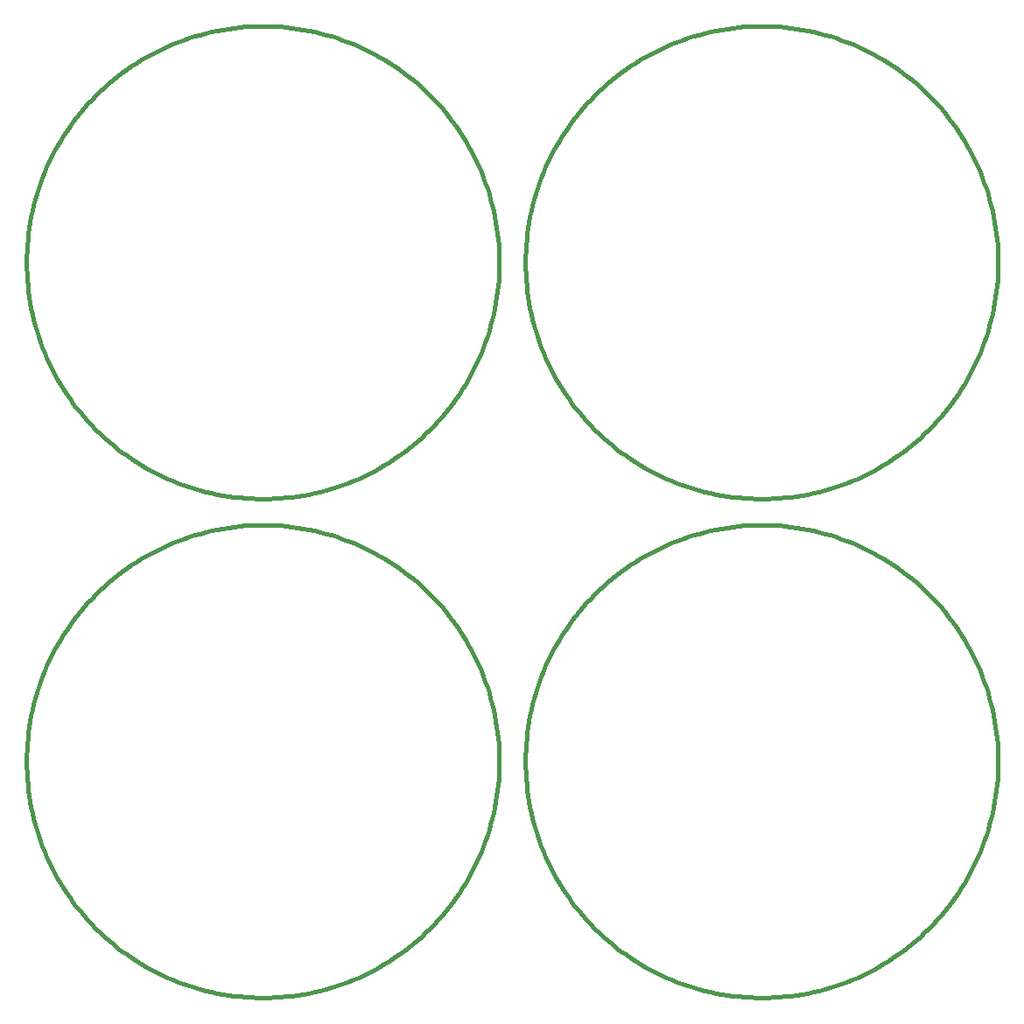
<source format=gko>
G75*
G70*
%OFA0B0*%
%FSLAX25Y25*%
%IPPOS*%
%LPD*%
%AMOC8*
5,1,8,0,0,1.08239X$1,22.5*
%
%ADD52C,0.01600*%
X0010000Y0010000D02*
G75*
%LPD*%
D52*
X0010000Y0100000D02*
X0010027Y0102209D01*
X0010108Y0104416D01*
X0010244Y0106621D01*
X0010433Y0108822D01*
X0010677Y0111017D01*
X0010974Y0113206D01*
X0011325Y0115387D01*
X0011729Y0117558D01*
X0012187Y0119719D01*
X0012697Y0121868D01*
X0013260Y0124004D01*
X0013875Y0126126D01*
X0014542Y0128231D01*
X0015261Y0130320D01*
X0016031Y0132391D01*
X0016851Y0134442D01*
X0017721Y0136472D01*
X0018641Y0138480D01*
X0019610Y0140465D01*
X0020627Y0142426D01*
X0021692Y0144361D01*
X0022804Y0146269D01*
X0023963Y0148150D01*
X0025168Y0150001D01*
X0026417Y0151823D01*
X0027711Y0153613D01*
X0029049Y0155371D01*
X0030429Y0157095D01*
X0031851Y0158786D01*
X0033314Y0160440D01*
X0034818Y0162059D01*
X0036360Y0163640D01*
X0037941Y0165182D01*
X0039560Y0166686D01*
X0041214Y0168149D01*
X0042905Y0169571D01*
X0044629Y0170951D01*
X0046387Y0172289D01*
X0048177Y0173583D01*
X0049999Y0174832D01*
X0051850Y0176037D01*
X0053731Y0177196D01*
X0055639Y0178308D01*
X0057574Y0179373D01*
X0059535Y0180390D01*
X0061520Y0181359D01*
X0063528Y0182279D01*
X0065558Y0183149D01*
X0067609Y0183969D01*
X0069680Y0184739D01*
X0071769Y0185458D01*
X0073874Y0186125D01*
X0075996Y0186740D01*
X0078132Y0187303D01*
X0080281Y0187813D01*
X0082442Y0188271D01*
X0084613Y0188675D01*
X0086794Y0189026D01*
X0088983Y0189323D01*
X0091178Y0189567D01*
X0093379Y0189756D01*
X0095584Y0189892D01*
X0097791Y0189973D01*
X0100000Y0190000D01*
X0102209Y0189973D01*
X0104416Y0189892D01*
X0106621Y0189756D01*
X0108822Y0189567D01*
X0111017Y0189323D01*
X0113206Y0189026D01*
X0115387Y0188675D01*
X0117558Y0188271D01*
X0119719Y0187813D01*
X0121868Y0187303D01*
X0124004Y0186740D01*
X0126126Y0186125D01*
X0128231Y0185458D01*
X0130320Y0184739D01*
X0132391Y0183969D01*
X0134442Y0183149D01*
X0136472Y0182279D01*
X0138480Y0181359D01*
X0140465Y0180390D01*
X0142426Y0179373D01*
X0144361Y0178308D01*
X0146269Y0177196D01*
X0148150Y0176037D01*
X0150001Y0174832D01*
X0151823Y0173583D01*
X0153613Y0172289D01*
X0155371Y0170951D01*
X0157095Y0169571D01*
X0158786Y0168149D01*
X0160440Y0166686D01*
X0162059Y0165182D01*
X0163640Y0163640D01*
X0165182Y0162059D01*
X0166686Y0160440D01*
X0168149Y0158786D01*
X0169571Y0157095D01*
X0170951Y0155371D01*
X0172289Y0153613D01*
X0173583Y0151823D01*
X0174832Y0150001D01*
X0176037Y0148150D01*
X0177196Y0146269D01*
X0178308Y0144361D01*
X0179373Y0142426D01*
X0180390Y0140465D01*
X0181359Y0138480D01*
X0182279Y0136472D01*
X0183149Y0134442D01*
X0183969Y0132391D01*
X0184739Y0130320D01*
X0185458Y0128231D01*
X0186125Y0126126D01*
X0186740Y0124004D01*
X0187303Y0121868D01*
X0187813Y0119719D01*
X0188271Y0117558D01*
X0188675Y0115387D01*
X0189026Y0113206D01*
X0189323Y0111017D01*
X0189567Y0108822D01*
X0189756Y0106621D01*
X0189892Y0104416D01*
X0189973Y0102209D01*
X0190000Y0100000D01*
X0189973Y0097791D01*
X0189892Y0095584D01*
X0189756Y0093379D01*
X0189567Y0091178D01*
X0189323Y0088983D01*
X0189026Y0086794D01*
X0188675Y0084613D01*
X0188271Y0082442D01*
X0187813Y0080281D01*
X0187303Y0078132D01*
X0186740Y0075996D01*
X0186125Y0073874D01*
X0185458Y0071769D01*
X0184739Y0069680D01*
X0183969Y0067609D01*
X0183149Y0065558D01*
X0182279Y0063528D01*
X0181359Y0061520D01*
X0180390Y0059535D01*
X0179373Y0057574D01*
X0178308Y0055639D01*
X0177196Y0053731D01*
X0176037Y0051850D01*
X0174832Y0049999D01*
X0173583Y0048177D01*
X0172289Y0046387D01*
X0170951Y0044629D01*
X0169571Y0042905D01*
X0168149Y0041214D01*
X0166686Y0039560D01*
X0165182Y0037941D01*
X0163640Y0036360D01*
X0162059Y0034818D01*
X0160440Y0033314D01*
X0158786Y0031851D01*
X0157095Y0030429D01*
X0155371Y0029049D01*
X0153613Y0027711D01*
X0151823Y0026417D01*
X0150001Y0025168D01*
X0148150Y0023963D01*
X0146269Y0022804D01*
X0144361Y0021692D01*
X0142426Y0020627D01*
X0140465Y0019610D01*
X0138480Y0018641D01*
X0136472Y0017721D01*
X0134442Y0016851D01*
X0132391Y0016031D01*
X0130320Y0015261D01*
X0128231Y0014542D01*
X0126126Y0013875D01*
X0124004Y0013260D01*
X0121868Y0012697D01*
X0119719Y0012187D01*
X0117558Y0011729D01*
X0115387Y0011325D01*
X0113206Y0010974D01*
X0111017Y0010677D01*
X0108822Y0010433D01*
X0106621Y0010244D01*
X0104416Y0010108D01*
X0102209Y0010027D01*
X0100000Y0010000D01*
X0097791Y0010027D01*
X0095584Y0010108D01*
X0093379Y0010244D01*
X0091178Y0010433D01*
X0088983Y0010677D01*
X0086794Y0010974D01*
X0084613Y0011325D01*
X0082442Y0011729D01*
X0080281Y0012187D01*
X0078132Y0012697D01*
X0075996Y0013260D01*
X0073874Y0013875D01*
X0071769Y0014542D01*
X0069680Y0015261D01*
X0067609Y0016031D01*
X0065558Y0016851D01*
X0063528Y0017721D01*
X0061520Y0018641D01*
X0059535Y0019610D01*
X0057574Y0020627D01*
X0055639Y0021692D01*
X0053731Y0022804D01*
X0051850Y0023963D01*
X0049999Y0025168D01*
X0048177Y0026417D01*
X0046387Y0027711D01*
X0044629Y0029049D01*
X0042905Y0030429D01*
X0041214Y0031851D01*
X0039560Y0033314D01*
X0037941Y0034818D01*
X0036360Y0036360D01*
X0034818Y0037941D01*
X0033314Y0039560D01*
X0031851Y0041214D01*
X0030429Y0042905D01*
X0029049Y0044629D01*
X0027711Y0046387D01*
X0026417Y0048177D01*
X0025168Y0049999D01*
X0023963Y0051850D01*
X0022804Y0053731D01*
X0021692Y0055639D01*
X0020627Y0057574D01*
X0019610Y0059535D01*
X0018641Y0061520D01*
X0017721Y0063528D01*
X0016851Y0065558D01*
X0016031Y0067609D01*
X0015261Y0069680D01*
X0014542Y0071769D01*
X0013875Y0073874D01*
X0013260Y0075996D01*
X0012697Y0078132D01*
X0012187Y0080281D01*
X0011729Y0082442D01*
X0011325Y0084613D01*
X0010974Y0086794D01*
X0010677Y0088983D01*
X0010433Y0091178D01*
X0010244Y0093379D01*
X0010108Y0095584D01*
X0010027Y0097791D01*
X0010000Y0100000D01*
X0010000Y0200000D02*
G75*
%LPD*%
D52*
X0010000Y0290000D02*
X0010027Y0292209D01*
X0010108Y0294416D01*
X0010244Y0296621D01*
X0010433Y0298822D01*
X0010677Y0301017D01*
X0010974Y0303206D01*
X0011325Y0305387D01*
X0011729Y0307558D01*
X0012187Y0309719D01*
X0012697Y0311868D01*
X0013260Y0314004D01*
X0013875Y0316126D01*
X0014542Y0318231D01*
X0015261Y0320320D01*
X0016031Y0322391D01*
X0016851Y0324442D01*
X0017721Y0326472D01*
X0018641Y0328480D01*
X0019610Y0330465D01*
X0020627Y0332426D01*
X0021692Y0334361D01*
X0022804Y0336269D01*
X0023963Y0338150D01*
X0025168Y0340001D01*
X0026417Y0341823D01*
X0027711Y0343613D01*
X0029049Y0345371D01*
X0030429Y0347095D01*
X0031851Y0348786D01*
X0033314Y0350440D01*
X0034818Y0352059D01*
X0036360Y0353640D01*
X0037941Y0355182D01*
X0039560Y0356686D01*
X0041214Y0358149D01*
X0042905Y0359571D01*
X0044629Y0360951D01*
X0046387Y0362289D01*
X0048177Y0363583D01*
X0049999Y0364832D01*
X0051850Y0366037D01*
X0053731Y0367196D01*
X0055639Y0368308D01*
X0057574Y0369373D01*
X0059535Y0370390D01*
X0061520Y0371359D01*
X0063528Y0372279D01*
X0065558Y0373149D01*
X0067609Y0373969D01*
X0069680Y0374739D01*
X0071769Y0375458D01*
X0073874Y0376125D01*
X0075996Y0376740D01*
X0078132Y0377303D01*
X0080281Y0377813D01*
X0082442Y0378271D01*
X0084613Y0378675D01*
X0086794Y0379026D01*
X0088983Y0379323D01*
X0091178Y0379567D01*
X0093379Y0379756D01*
X0095584Y0379892D01*
X0097791Y0379973D01*
X0100000Y0380000D01*
X0102209Y0379973D01*
X0104416Y0379892D01*
X0106621Y0379756D01*
X0108822Y0379567D01*
X0111017Y0379323D01*
X0113206Y0379026D01*
X0115387Y0378675D01*
X0117558Y0378271D01*
X0119719Y0377813D01*
X0121868Y0377303D01*
X0124004Y0376740D01*
X0126126Y0376125D01*
X0128231Y0375458D01*
X0130320Y0374739D01*
X0132391Y0373969D01*
X0134442Y0373149D01*
X0136472Y0372279D01*
X0138480Y0371359D01*
X0140465Y0370390D01*
X0142426Y0369373D01*
X0144361Y0368308D01*
X0146269Y0367196D01*
X0148150Y0366037D01*
X0150001Y0364832D01*
X0151823Y0363583D01*
X0153613Y0362289D01*
X0155371Y0360951D01*
X0157095Y0359571D01*
X0158786Y0358149D01*
X0160440Y0356686D01*
X0162059Y0355182D01*
X0163640Y0353640D01*
X0165182Y0352059D01*
X0166686Y0350440D01*
X0168149Y0348786D01*
X0169571Y0347095D01*
X0170951Y0345371D01*
X0172289Y0343613D01*
X0173583Y0341823D01*
X0174832Y0340001D01*
X0176037Y0338150D01*
X0177196Y0336269D01*
X0178308Y0334361D01*
X0179373Y0332426D01*
X0180390Y0330465D01*
X0181359Y0328480D01*
X0182279Y0326472D01*
X0183149Y0324442D01*
X0183969Y0322391D01*
X0184739Y0320320D01*
X0185458Y0318231D01*
X0186125Y0316126D01*
X0186740Y0314004D01*
X0187303Y0311868D01*
X0187813Y0309719D01*
X0188271Y0307558D01*
X0188675Y0305387D01*
X0189026Y0303206D01*
X0189323Y0301017D01*
X0189567Y0298822D01*
X0189756Y0296621D01*
X0189892Y0294416D01*
X0189973Y0292209D01*
X0190000Y0290000D01*
X0189973Y0287791D01*
X0189892Y0285584D01*
X0189756Y0283379D01*
X0189567Y0281178D01*
X0189323Y0278983D01*
X0189026Y0276794D01*
X0188675Y0274613D01*
X0188271Y0272442D01*
X0187813Y0270281D01*
X0187303Y0268132D01*
X0186740Y0265996D01*
X0186125Y0263874D01*
X0185458Y0261769D01*
X0184739Y0259680D01*
X0183969Y0257609D01*
X0183149Y0255558D01*
X0182279Y0253528D01*
X0181359Y0251520D01*
X0180390Y0249535D01*
X0179373Y0247574D01*
X0178308Y0245639D01*
X0177196Y0243731D01*
X0176037Y0241850D01*
X0174832Y0239999D01*
X0173583Y0238177D01*
X0172289Y0236387D01*
X0170951Y0234629D01*
X0169571Y0232905D01*
X0168149Y0231214D01*
X0166686Y0229560D01*
X0165182Y0227941D01*
X0163640Y0226360D01*
X0162059Y0224818D01*
X0160440Y0223314D01*
X0158786Y0221851D01*
X0157095Y0220429D01*
X0155371Y0219049D01*
X0153613Y0217711D01*
X0151823Y0216417D01*
X0150001Y0215168D01*
X0148150Y0213963D01*
X0146269Y0212804D01*
X0144361Y0211692D01*
X0142426Y0210627D01*
X0140465Y0209610D01*
X0138480Y0208641D01*
X0136472Y0207721D01*
X0134442Y0206851D01*
X0132391Y0206031D01*
X0130320Y0205261D01*
X0128231Y0204542D01*
X0126126Y0203875D01*
X0124004Y0203260D01*
X0121868Y0202697D01*
X0119719Y0202187D01*
X0117558Y0201729D01*
X0115387Y0201325D01*
X0113206Y0200974D01*
X0111017Y0200677D01*
X0108822Y0200433D01*
X0106621Y0200244D01*
X0104416Y0200108D01*
X0102209Y0200027D01*
X0100000Y0200000D01*
X0097791Y0200027D01*
X0095584Y0200108D01*
X0093379Y0200244D01*
X0091178Y0200433D01*
X0088983Y0200677D01*
X0086794Y0200974D01*
X0084613Y0201325D01*
X0082442Y0201729D01*
X0080281Y0202187D01*
X0078132Y0202697D01*
X0075996Y0203260D01*
X0073874Y0203875D01*
X0071769Y0204542D01*
X0069680Y0205261D01*
X0067609Y0206031D01*
X0065558Y0206851D01*
X0063528Y0207721D01*
X0061520Y0208641D01*
X0059535Y0209610D01*
X0057574Y0210627D01*
X0055639Y0211692D01*
X0053731Y0212804D01*
X0051850Y0213963D01*
X0049999Y0215168D01*
X0048177Y0216417D01*
X0046387Y0217711D01*
X0044629Y0219049D01*
X0042905Y0220429D01*
X0041214Y0221851D01*
X0039560Y0223314D01*
X0037941Y0224818D01*
X0036360Y0226360D01*
X0034818Y0227941D01*
X0033314Y0229560D01*
X0031851Y0231214D01*
X0030429Y0232905D01*
X0029049Y0234629D01*
X0027711Y0236387D01*
X0026417Y0238177D01*
X0025168Y0239999D01*
X0023963Y0241850D01*
X0022804Y0243731D01*
X0021692Y0245639D01*
X0020627Y0247574D01*
X0019610Y0249535D01*
X0018641Y0251520D01*
X0017721Y0253528D01*
X0016851Y0255558D01*
X0016031Y0257609D01*
X0015261Y0259680D01*
X0014542Y0261769D01*
X0013875Y0263874D01*
X0013260Y0265996D01*
X0012697Y0268132D01*
X0012187Y0270281D01*
X0011729Y0272442D01*
X0011325Y0274613D01*
X0010974Y0276794D01*
X0010677Y0278983D01*
X0010433Y0281178D01*
X0010244Y0283379D01*
X0010108Y0285584D01*
X0010027Y0287791D01*
X0010000Y0290000D01*
X0200000Y0010000D02*
G75*
%LPD*%
D52*
X0200000Y0100000D02*
X0200027Y0102209D01*
X0200108Y0104416D01*
X0200244Y0106621D01*
X0200433Y0108822D01*
X0200677Y0111017D01*
X0200974Y0113206D01*
X0201325Y0115387D01*
X0201729Y0117558D01*
X0202187Y0119719D01*
X0202697Y0121868D01*
X0203260Y0124004D01*
X0203875Y0126126D01*
X0204542Y0128231D01*
X0205261Y0130320D01*
X0206031Y0132391D01*
X0206851Y0134442D01*
X0207721Y0136472D01*
X0208641Y0138480D01*
X0209610Y0140465D01*
X0210627Y0142426D01*
X0211692Y0144361D01*
X0212804Y0146269D01*
X0213963Y0148150D01*
X0215168Y0150001D01*
X0216417Y0151823D01*
X0217711Y0153613D01*
X0219049Y0155371D01*
X0220429Y0157095D01*
X0221851Y0158786D01*
X0223314Y0160440D01*
X0224818Y0162059D01*
X0226360Y0163640D01*
X0227941Y0165182D01*
X0229560Y0166686D01*
X0231214Y0168149D01*
X0232905Y0169571D01*
X0234629Y0170951D01*
X0236387Y0172289D01*
X0238177Y0173583D01*
X0239999Y0174832D01*
X0241850Y0176037D01*
X0243731Y0177196D01*
X0245639Y0178308D01*
X0247574Y0179373D01*
X0249535Y0180390D01*
X0251520Y0181359D01*
X0253528Y0182279D01*
X0255558Y0183149D01*
X0257609Y0183969D01*
X0259680Y0184739D01*
X0261769Y0185458D01*
X0263874Y0186125D01*
X0265996Y0186740D01*
X0268132Y0187303D01*
X0270281Y0187813D01*
X0272442Y0188271D01*
X0274613Y0188675D01*
X0276794Y0189026D01*
X0278983Y0189323D01*
X0281178Y0189567D01*
X0283379Y0189756D01*
X0285584Y0189892D01*
X0287791Y0189973D01*
X0290000Y0190000D01*
X0292209Y0189973D01*
X0294416Y0189892D01*
X0296621Y0189756D01*
X0298822Y0189567D01*
X0301017Y0189323D01*
X0303206Y0189026D01*
X0305387Y0188675D01*
X0307558Y0188271D01*
X0309719Y0187813D01*
X0311868Y0187303D01*
X0314004Y0186740D01*
X0316126Y0186125D01*
X0318231Y0185458D01*
X0320320Y0184739D01*
X0322391Y0183969D01*
X0324442Y0183149D01*
X0326472Y0182279D01*
X0328480Y0181359D01*
X0330465Y0180390D01*
X0332426Y0179373D01*
X0334361Y0178308D01*
X0336269Y0177196D01*
X0338150Y0176037D01*
X0340001Y0174832D01*
X0341823Y0173583D01*
X0343613Y0172289D01*
X0345371Y0170951D01*
X0347095Y0169571D01*
X0348786Y0168149D01*
X0350440Y0166686D01*
X0352059Y0165182D01*
X0353640Y0163640D01*
X0355182Y0162059D01*
X0356686Y0160440D01*
X0358149Y0158786D01*
X0359571Y0157095D01*
X0360951Y0155371D01*
X0362289Y0153613D01*
X0363583Y0151823D01*
X0364832Y0150001D01*
X0366037Y0148150D01*
X0367196Y0146269D01*
X0368308Y0144361D01*
X0369373Y0142426D01*
X0370390Y0140465D01*
X0371359Y0138480D01*
X0372279Y0136472D01*
X0373149Y0134442D01*
X0373969Y0132391D01*
X0374739Y0130320D01*
X0375458Y0128231D01*
X0376125Y0126126D01*
X0376740Y0124004D01*
X0377303Y0121868D01*
X0377813Y0119719D01*
X0378271Y0117558D01*
X0378675Y0115387D01*
X0379026Y0113206D01*
X0379323Y0111017D01*
X0379567Y0108822D01*
X0379756Y0106621D01*
X0379892Y0104416D01*
X0379973Y0102209D01*
X0380000Y0100000D01*
X0379973Y0097791D01*
X0379892Y0095584D01*
X0379756Y0093379D01*
X0379567Y0091178D01*
X0379323Y0088983D01*
X0379026Y0086794D01*
X0378675Y0084613D01*
X0378271Y0082442D01*
X0377813Y0080281D01*
X0377303Y0078132D01*
X0376740Y0075996D01*
X0376125Y0073874D01*
X0375458Y0071769D01*
X0374739Y0069680D01*
X0373969Y0067609D01*
X0373149Y0065558D01*
X0372279Y0063528D01*
X0371359Y0061520D01*
X0370390Y0059535D01*
X0369373Y0057574D01*
X0368308Y0055639D01*
X0367196Y0053731D01*
X0366037Y0051850D01*
X0364832Y0049999D01*
X0363583Y0048177D01*
X0362289Y0046387D01*
X0360951Y0044629D01*
X0359571Y0042905D01*
X0358149Y0041214D01*
X0356686Y0039560D01*
X0355182Y0037941D01*
X0353640Y0036360D01*
X0352059Y0034818D01*
X0350440Y0033314D01*
X0348786Y0031851D01*
X0347095Y0030429D01*
X0345371Y0029049D01*
X0343613Y0027711D01*
X0341823Y0026417D01*
X0340001Y0025168D01*
X0338150Y0023963D01*
X0336269Y0022804D01*
X0334361Y0021692D01*
X0332426Y0020627D01*
X0330465Y0019610D01*
X0328480Y0018641D01*
X0326472Y0017721D01*
X0324442Y0016851D01*
X0322391Y0016031D01*
X0320320Y0015261D01*
X0318231Y0014542D01*
X0316126Y0013875D01*
X0314004Y0013260D01*
X0311868Y0012697D01*
X0309719Y0012187D01*
X0307558Y0011729D01*
X0305387Y0011325D01*
X0303206Y0010974D01*
X0301017Y0010677D01*
X0298822Y0010433D01*
X0296621Y0010244D01*
X0294416Y0010108D01*
X0292209Y0010027D01*
X0290000Y0010000D01*
X0287791Y0010027D01*
X0285584Y0010108D01*
X0283379Y0010244D01*
X0281178Y0010433D01*
X0278983Y0010677D01*
X0276794Y0010974D01*
X0274613Y0011325D01*
X0272442Y0011729D01*
X0270281Y0012187D01*
X0268132Y0012697D01*
X0265996Y0013260D01*
X0263874Y0013875D01*
X0261769Y0014542D01*
X0259680Y0015261D01*
X0257609Y0016031D01*
X0255558Y0016851D01*
X0253528Y0017721D01*
X0251520Y0018641D01*
X0249535Y0019610D01*
X0247574Y0020627D01*
X0245639Y0021692D01*
X0243731Y0022804D01*
X0241850Y0023963D01*
X0239999Y0025168D01*
X0238177Y0026417D01*
X0236387Y0027711D01*
X0234629Y0029049D01*
X0232905Y0030429D01*
X0231214Y0031851D01*
X0229560Y0033314D01*
X0227941Y0034818D01*
X0226360Y0036360D01*
X0224818Y0037941D01*
X0223314Y0039560D01*
X0221851Y0041214D01*
X0220429Y0042905D01*
X0219049Y0044629D01*
X0217711Y0046387D01*
X0216417Y0048177D01*
X0215168Y0049999D01*
X0213963Y0051850D01*
X0212804Y0053731D01*
X0211692Y0055639D01*
X0210627Y0057574D01*
X0209610Y0059535D01*
X0208641Y0061520D01*
X0207721Y0063528D01*
X0206851Y0065558D01*
X0206031Y0067609D01*
X0205261Y0069680D01*
X0204542Y0071769D01*
X0203875Y0073874D01*
X0203260Y0075996D01*
X0202697Y0078132D01*
X0202187Y0080281D01*
X0201729Y0082442D01*
X0201325Y0084613D01*
X0200974Y0086794D01*
X0200677Y0088983D01*
X0200433Y0091178D01*
X0200244Y0093379D01*
X0200108Y0095584D01*
X0200027Y0097791D01*
X0200000Y0100000D01*
X0200000Y0200000D02*
G75*
%LPD*%
D52*
X0200000Y0290000D02*
X0200027Y0292209D01*
X0200108Y0294416D01*
X0200244Y0296621D01*
X0200433Y0298822D01*
X0200677Y0301017D01*
X0200974Y0303206D01*
X0201325Y0305387D01*
X0201729Y0307558D01*
X0202187Y0309719D01*
X0202697Y0311868D01*
X0203260Y0314004D01*
X0203875Y0316126D01*
X0204542Y0318231D01*
X0205261Y0320320D01*
X0206031Y0322391D01*
X0206851Y0324442D01*
X0207721Y0326472D01*
X0208641Y0328480D01*
X0209610Y0330465D01*
X0210627Y0332426D01*
X0211692Y0334361D01*
X0212804Y0336269D01*
X0213963Y0338150D01*
X0215168Y0340001D01*
X0216417Y0341823D01*
X0217711Y0343613D01*
X0219049Y0345371D01*
X0220429Y0347095D01*
X0221851Y0348786D01*
X0223314Y0350440D01*
X0224818Y0352059D01*
X0226360Y0353640D01*
X0227941Y0355182D01*
X0229560Y0356686D01*
X0231214Y0358149D01*
X0232905Y0359571D01*
X0234629Y0360951D01*
X0236387Y0362289D01*
X0238177Y0363583D01*
X0239999Y0364832D01*
X0241850Y0366037D01*
X0243731Y0367196D01*
X0245639Y0368308D01*
X0247574Y0369373D01*
X0249535Y0370390D01*
X0251520Y0371359D01*
X0253528Y0372279D01*
X0255558Y0373149D01*
X0257609Y0373969D01*
X0259680Y0374739D01*
X0261769Y0375458D01*
X0263874Y0376125D01*
X0265996Y0376740D01*
X0268132Y0377303D01*
X0270281Y0377813D01*
X0272442Y0378271D01*
X0274613Y0378675D01*
X0276794Y0379026D01*
X0278983Y0379323D01*
X0281178Y0379567D01*
X0283379Y0379756D01*
X0285584Y0379892D01*
X0287791Y0379973D01*
X0290000Y0380000D01*
X0292209Y0379973D01*
X0294416Y0379892D01*
X0296621Y0379756D01*
X0298822Y0379567D01*
X0301017Y0379323D01*
X0303206Y0379026D01*
X0305387Y0378675D01*
X0307558Y0378271D01*
X0309719Y0377813D01*
X0311868Y0377303D01*
X0314004Y0376740D01*
X0316126Y0376125D01*
X0318231Y0375458D01*
X0320320Y0374739D01*
X0322391Y0373969D01*
X0324442Y0373149D01*
X0326472Y0372279D01*
X0328480Y0371359D01*
X0330465Y0370390D01*
X0332426Y0369373D01*
X0334361Y0368308D01*
X0336269Y0367196D01*
X0338150Y0366037D01*
X0340001Y0364832D01*
X0341823Y0363583D01*
X0343613Y0362289D01*
X0345371Y0360951D01*
X0347095Y0359571D01*
X0348786Y0358149D01*
X0350440Y0356686D01*
X0352059Y0355182D01*
X0353640Y0353640D01*
X0355182Y0352059D01*
X0356686Y0350440D01*
X0358149Y0348786D01*
X0359571Y0347095D01*
X0360951Y0345371D01*
X0362289Y0343613D01*
X0363583Y0341823D01*
X0364832Y0340001D01*
X0366037Y0338150D01*
X0367196Y0336269D01*
X0368308Y0334361D01*
X0369373Y0332426D01*
X0370390Y0330465D01*
X0371359Y0328480D01*
X0372279Y0326472D01*
X0373149Y0324442D01*
X0373969Y0322391D01*
X0374739Y0320320D01*
X0375458Y0318231D01*
X0376125Y0316126D01*
X0376740Y0314004D01*
X0377303Y0311868D01*
X0377813Y0309719D01*
X0378271Y0307558D01*
X0378675Y0305387D01*
X0379026Y0303206D01*
X0379323Y0301017D01*
X0379567Y0298822D01*
X0379756Y0296621D01*
X0379892Y0294416D01*
X0379973Y0292209D01*
X0380000Y0290000D01*
X0379973Y0287791D01*
X0379892Y0285584D01*
X0379756Y0283379D01*
X0379567Y0281178D01*
X0379323Y0278983D01*
X0379026Y0276794D01*
X0378675Y0274613D01*
X0378271Y0272442D01*
X0377813Y0270281D01*
X0377303Y0268132D01*
X0376740Y0265996D01*
X0376125Y0263874D01*
X0375458Y0261769D01*
X0374739Y0259680D01*
X0373969Y0257609D01*
X0373149Y0255558D01*
X0372279Y0253528D01*
X0371359Y0251520D01*
X0370390Y0249535D01*
X0369373Y0247574D01*
X0368308Y0245639D01*
X0367196Y0243731D01*
X0366037Y0241850D01*
X0364832Y0239999D01*
X0363583Y0238177D01*
X0362289Y0236387D01*
X0360951Y0234629D01*
X0359571Y0232905D01*
X0358149Y0231214D01*
X0356686Y0229560D01*
X0355182Y0227941D01*
X0353640Y0226360D01*
X0352059Y0224818D01*
X0350440Y0223314D01*
X0348786Y0221851D01*
X0347095Y0220429D01*
X0345371Y0219049D01*
X0343613Y0217711D01*
X0341823Y0216417D01*
X0340001Y0215168D01*
X0338150Y0213963D01*
X0336269Y0212804D01*
X0334361Y0211692D01*
X0332426Y0210627D01*
X0330465Y0209610D01*
X0328480Y0208641D01*
X0326472Y0207721D01*
X0324442Y0206851D01*
X0322391Y0206031D01*
X0320320Y0205261D01*
X0318231Y0204542D01*
X0316126Y0203875D01*
X0314004Y0203260D01*
X0311868Y0202697D01*
X0309719Y0202187D01*
X0307558Y0201729D01*
X0305387Y0201325D01*
X0303206Y0200974D01*
X0301017Y0200677D01*
X0298822Y0200433D01*
X0296621Y0200244D01*
X0294416Y0200108D01*
X0292209Y0200027D01*
X0290000Y0200000D01*
X0287791Y0200027D01*
X0285584Y0200108D01*
X0283379Y0200244D01*
X0281178Y0200433D01*
X0278983Y0200677D01*
X0276794Y0200974D01*
X0274613Y0201325D01*
X0272442Y0201729D01*
X0270281Y0202187D01*
X0268132Y0202697D01*
X0265996Y0203260D01*
X0263874Y0203875D01*
X0261769Y0204542D01*
X0259680Y0205261D01*
X0257609Y0206031D01*
X0255558Y0206851D01*
X0253528Y0207721D01*
X0251520Y0208641D01*
X0249535Y0209610D01*
X0247574Y0210627D01*
X0245639Y0211692D01*
X0243731Y0212804D01*
X0241850Y0213963D01*
X0239999Y0215168D01*
X0238177Y0216417D01*
X0236387Y0217711D01*
X0234629Y0219049D01*
X0232905Y0220429D01*
X0231214Y0221851D01*
X0229560Y0223314D01*
X0227941Y0224818D01*
X0226360Y0226360D01*
X0224818Y0227941D01*
X0223314Y0229560D01*
X0221851Y0231214D01*
X0220429Y0232905D01*
X0219049Y0234629D01*
X0217711Y0236387D01*
X0216417Y0238177D01*
X0215168Y0239999D01*
X0213963Y0241850D01*
X0212804Y0243731D01*
X0211692Y0245639D01*
X0210627Y0247574D01*
X0209610Y0249535D01*
X0208641Y0251520D01*
X0207721Y0253528D01*
X0206851Y0255558D01*
X0206031Y0257609D01*
X0205261Y0259680D01*
X0204542Y0261769D01*
X0203875Y0263874D01*
X0203260Y0265996D01*
X0202697Y0268132D01*
X0202187Y0270281D01*
X0201729Y0272442D01*
X0201325Y0274613D01*
X0200974Y0276794D01*
X0200677Y0278983D01*
X0200433Y0281178D01*
X0200244Y0283379D01*
X0200108Y0285584D01*
X0200027Y0287791D01*
X0200000Y0290000D01*
M02*

</source>
